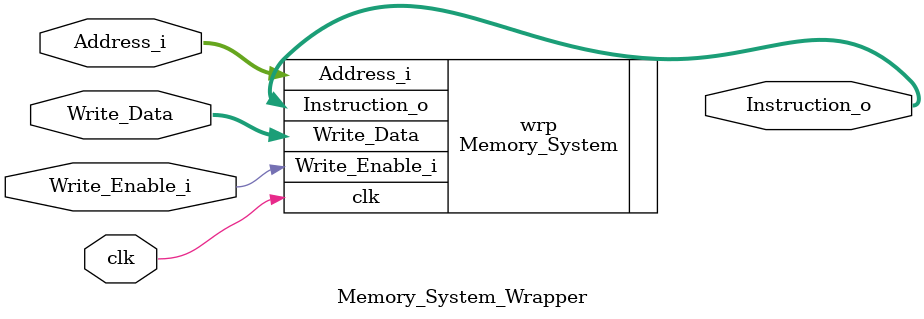
<source format=v>
/*
* Description
*	Memory System Wrapper.
* Author:
*	Ing. Luis Eduardo Almonte De Luna
* Date:
*	29/11/2021
*/
module Memory_System_Wrapper
#(
		parameter MEMORY_DEPTH = 64,
		parameter DATA_WIDTH = 32
)

(

		input Write_Enable_i, clk,
		input [DATA_WIDTH-1:0] Write_Data,
		input [DATA_WIDTH-1:0] Address_i,
		
		output [DATA_WIDTH-1:0] Instruction_o
	
		
);

	Memory_System wrp (.Write_Data(Write_Data), .Address_i(Address_i), .Instruction_o(Instruction_o), .Write_Enable_i(Write_Enable_i), .clk(clk));
	
endmodule 

</source>
